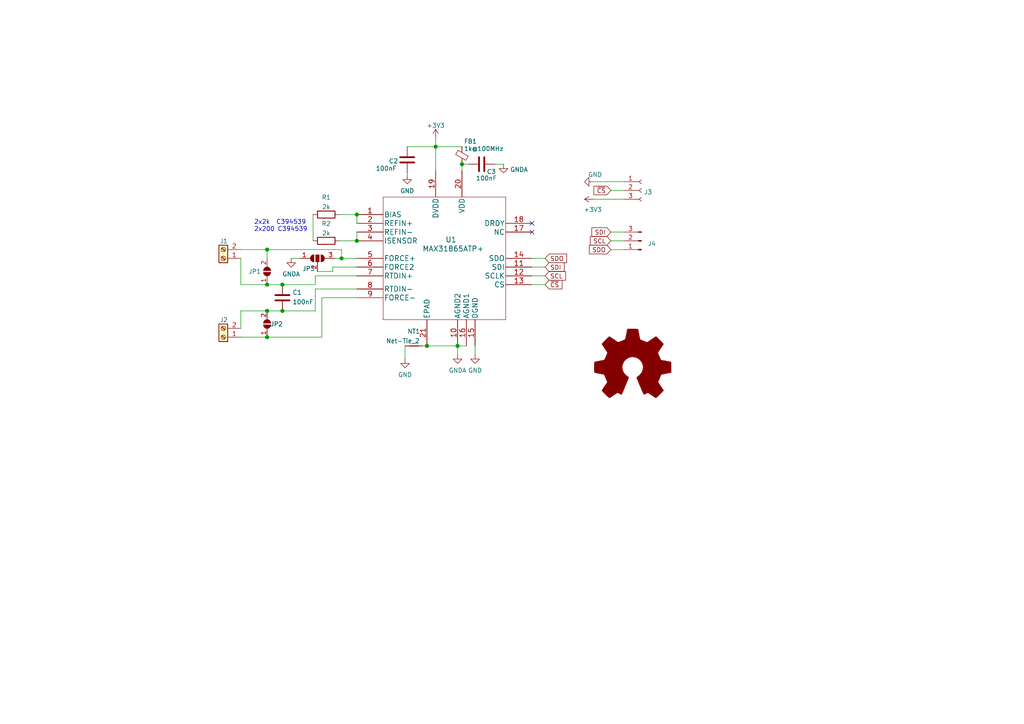
<source format=kicad_sch>
(kicad_sch (version 20210621) (generator eeschema)
  (paper "A4")
  (lib_symbols
    (symbol "Connector:Conn_01x03_Female" (pin_names (offset 1.016) hide)
      (property "Reference" "J" (at 0 5.08 0))
      (property "Value" "Conn_01x03_Female" (at 0 -5.08 0))
      (symbol "Conn_01x03_Female_1_1"
        (arc (start 0 -2.032) (end 0 -3.048) (radius (at 0 -2.54) (length 0.508) (angles 90.1 -90.1)) (stroke (width 0.1524)))
        (arc (start 0 0.508) (end 0 -0.508) (radius (at 0 0) (length 0.508) (angles 90.1 -90.1)) (stroke (width 0.1524)))
        (arc (start 0 3.048) (end 0 2.032) (radius (at 0 2.54) (length 0.508) (angles 90.1 -90.1)) (stroke (width 0.1524)))
        (polyline (pts (xy -1.27 -2.54) (xy -0.508 -2.54)) (stroke (width 0.1524)))
        (polyline (pts (xy -1.27 0) (xy -0.508 0)) (stroke (width 0.1524)))
        (polyline (pts (xy -1.27 2.54) (xy -0.508 2.54)) (stroke (width 0.1524)))
        (pin passive line (at -5.08 2.54 0) (length 3.81) (name "Pin_1") (number "1"))
        (pin passive line (at -5.08 0 0) (length 3.81) (name "Pin_2") (number "2"))
        (pin passive line (at -5.08 -2.54 0) (length 3.81) (name "Pin_3") (number "3"))
      )
    )
    (symbol "Connector:Conn_01x03_Male" (pin_names (offset 1.016) hide)
      (property "Reference" "J" (at 0 5.08 0))
      (property "Value" "Conn_01x03_Male" (at 0 -5.08 0))
      (symbol "Conn_01x03_Male_1_1"
        (rectangle (start 0.8636 -2.413) (end 0 -2.667) (stroke (width 0.1524)) (fill (type outline)))
        (rectangle (start 0.8636 0.127) (end 0 -0.127) (stroke (width 0.1524)) (fill (type outline)))
        (rectangle (start 0.8636 2.667) (end 0 2.413) (stroke (width 0.1524)) (fill (type outline)))
        (polyline (pts (xy 1.27 -2.54) (xy 0.8636 -2.54)) (stroke (width 0.1524)))
        (polyline (pts (xy 1.27 0) (xy 0.8636 0)) (stroke (width 0.1524)))
        (polyline (pts (xy 1.27 2.54) (xy 0.8636 2.54)) (stroke (width 0.1524)))
        (pin passive line (at 5.08 2.54 180) (length 3.81) (name "Pin_1") (number "1"))
        (pin passive line (at 5.08 0 180) (length 3.81) (name "Pin_2") (number "2"))
        (pin passive line (at 5.08 -2.54 180) (length 3.81) (name "Pin_3") (number "3"))
      )
    )
    (symbol "Connector:Screw_Terminal_01x02" (pin_names (offset 1.016) hide)
      (property "Reference" "J" (at 0 2.54 0))
      (property "Value" "Screw_Terminal_01x02" (at 0 -5.08 0))
      (symbol "Screw_Terminal_01x02_1_1"
        (circle (center 0 -2.54) (radius 0.635) (stroke (width 0.1524)))
        (circle (center 0 0) (radius 0.635) (stroke (width 0.1524)))
        (rectangle (start -1.27 1.27) (end 1.27 -3.81) (stroke (width 0.254)) (fill (type background)))
        (polyline (pts (xy -0.5334 -2.2098) (xy 0.3302 -3.048)) (stroke (width 0.1524)))
        (polyline (pts (xy -0.5334 0.3302) (xy 0.3302 -0.508)) (stroke (width 0.1524)))
        (polyline (pts (xy -0.3556 -2.032) (xy 0.508 -2.8702)) (stroke (width 0.1524)))
        (polyline (pts (xy -0.3556 0.508) (xy 0.508 -0.3302)) (stroke (width 0.1524)))
        (pin passive line (at -5.08 0 0) (length 3.81) (name "Pin_1") (number "1"))
        (pin passive line (at -5.08 -2.54 0) (length 3.81) (name "Pin_2") (number "2"))
      )
    )
    (symbol "Device:C" (pin_numbers hide) (pin_names (offset 0.254))
      (property "Reference" "C" (at 0.635 2.54 0))
      (property "Value" "C" (at 0.635 -2.54 0))
      (symbol "C_0_1"
        (polyline (pts (xy -2.032 -0.762) (xy 2.032 -0.762)) (stroke (width 0.508)))
        (polyline (pts (xy -2.032 0.762) (xy 2.032 0.762)) (stroke (width 0.508)))
      )
      (symbol "C_1_1"
        (pin passive line (at 0 3.81 270) (length 2.794) (name "~") (number "1"))
        (pin passive line (at 0 -3.81 90) (length 2.794) (name "~") (number "2"))
      )
    )
    (symbol "Device:Ferrite_Bead_Small" (pin_numbers hide) (pin_names (offset 0))
      (property "Reference" "FB" (at 1.905 1.27 0))
      (property "Value" "Ferrite_Bead_Small" (at 1.905 -1.27 0))
      (symbol "Ferrite_Bead_Small_0_1"
        (polyline (pts (xy 0 -1.27) (xy 0 -0.7874)))
        (polyline (pts (xy 0 0.889) (xy 0 1.2954)))
        (polyline (pts (xy -1.8288 0.2794) (xy -1.1176 1.4986) (xy 1.8288 -0.2032) (xy 1.1176 -1.4224) (xy -1.8288 0.2794)))
      )
      (symbol "Ferrite_Bead_Small_1_1"
        (pin passive line (at 0 2.54 270) (length 1.27) (name "~") (number "1"))
        (pin passive line (at 0 -2.54 90) (length 1.27) (name "~") (number "2"))
      )
    )
    (symbol "Device:Net-Tie_2" (pin_numbers hide) (pin_names (offset 0) hide)
      (property "Reference" "NT" (at 0 1.27 0))
      (property "Value" "Net-Tie_2" (at 0 -1.27 0))
      (symbol "Net-Tie_2_0_1"
        (polyline (pts (xy -1.27 0) (xy 1.27 0)) (stroke (width 0.254)))
      )
      (symbol "Net-Tie_2_1_1"
        (pin passive line (at -2.54 0 0) (length 2.54) (name "1") (number "1"))
        (pin passive line (at 2.54 0 180) (length 2.54) (name "2") (number "2"))
      )
    )
    (symbol "Device:R" (pin_numbers hide) (pin_names (offset 0))
      (property "Reference" "R" (at 2.032 0 90))
      (property "Value" "R" (at 0 0 90))
      (symbol "R_0_1"
        (rectangle (start -1.016 -2.54) (end 1.016 2.54) (stroke (width 0.254)))
      )
      (symbol "R_1_1"
        (pin passive line (at 0 3.81 270) (length 1.27) (name "~") (number "1"))
        (pin passive line (at 0 -3.81 90) (length 1.27) (name "~") (number "2"))
      )
    )
    (symbol "Graphic:Logo_Open_Hardware_Large" (pin_names (offset 1.016))
      (symbol "Logo_Open_Hardware_Large_1_1"
        (polyline (pts (xy 6.731 -8.7122) (xy 6.6294 -8.6614) (xy 6.35 -8.4836) (xy 5.9944 -8.255) (xy 5.5372 -7.9502) (xy 5.1054 -7.6454) (xy 4.7498 -7.4168) (xy 4.4958 -7.239) (xy 4.3942 -7.1882) (xy 4.318 -7.2136) (xy 4.1148 -7.3152) (xy 3.81 -7.4676) (xy 3.6322 -7.5692) (xy 3.3528 -7.6708) (xy 3.2258 -7.6962) (xy 3.2004 -7.6708) (xy 3.0988 -7.4676) (xy 2.9464 -7.0866) (xy 2.7178 -6.604) (xy 2.4892 -6.0452) (xy 2.2352 -5.4356) (xy 1.9558 -4.826) (xy 1.7272 -4.2164) (xy 1.4986 -3.683) (xy 1.3208 -3.2512) (xy 1.2192 -2.9464) (xy 1.1684 -2.8194) (xy 1.1938 -2.794) (xy 1.3208 -2.667) (xy 1.5748 -2.4892) (xy 2.0828 -2.0574) (xy 2.6162 -1.397) (xy 2.921 -0.6604) (xy 3.048 0.1524) (xy 2.9464 0.9144) (xy 2.6416 1.6256) (xy 2.1336 2.286) (xy 1.524 2.7686) (xy 0.8128 3.0734) (xy 0 3.175) (xy -0.762 3.0988) (xy -1.4986 2.794) (xy -2.159 2.286) (xy -2.4384 1.9812) (xy -2.8194 1.3208) (xy -3.048 0.6096) (xy -3.0734 0.4318) (xy -3.0226 -0.3556) (xy -2.794 -1.0922) (xy -2.3876 -1.7526) (xy -1.8288 -2.3114) (xy -1.7526 -2.3622) (xy -1.4732 -2.5654) (xy -1.2954 -2.6924) (xy -1.1684 -2.8194) (xy -2.159 -5.207) (xy -2.3114 -5.588) (xy -2.5908 -6.2484) (xy -2.8194 -6.8072) (xy -3.0226 -7.2644) (xy -3.1496 -7.5692) (xy -3.2258 -7.6708) (xy -3.2258 -7.6962) (xy -3.302 -7.6962) (xy -3.4798 -7.6454) (xy -3.8354 -7.4676) (xy -4.0386 -7.366) (xy -4.2926 -7.239) (xy -4.4196 -7.1882) (xy -4.5212 -7.239) (xy -4.7498 -7.3914) (xy -5.1054 -7.6454) (xy -5.5372 -7.9248) (xy -5.9436 -8.2042) (xy -6.3246 -8.4582) (xy -6.604 -8.636) (xy -6.731 -8.7122) (xy -6.7564 -8.7122) (xy -6.858 -8.636) (xy -7.0866 -8.4582) (xy -7.4168 -8.1534) (xy -7.874 -7.6962) (xy -7.9502 -7.62) (xy -8.3312 -7.239) (xy -8.636 -6.9088) (xy -8.8392 -6.6802) (xy -8.9154 -6.5786) (xy -8.9154 -6.5786) (xy -8.8392 -6.4516) (xy -8.6614 -6.1722) (xy -8.4328 -5.7912) (xy -8.128 -5.3594) (xy -7.3152 -4.191) (xy -7.7724 -3.0988) (xy -7.8994 -2.7686) (xy -8.0772 -2.3622) (xy -8.2042 -2.0828) (xy -8.255 -1.9558) (xy -8.382 -1.905) (xy -8.6614 -1.8542) (xy -9.0932 -1.7526) (xy -9.6266 -1.651) (xy -10.1092 -1.5748) (xy -10.541 -1.4732) (xy -10.8712 -1.4224) (xy -11.0236 -1.397) (xy -11.049 -1.3716) (xy -11.0744 -1.2954) (xy -11.0998 -1.143) (xy -11.0998 -0.889) (xy -11.1252 -0.4572) (xy -11.1252 0.1524) (xy -11.1252 0.2286) (xy -11.0998 0.8128) (xy -11.0998 1.27) (xy -11.0744 1.5494) (xy -11.0744 1.6764) (xy -11.0744 1.6764) (xy -10.922 1.7018) (xy -10.6172 1.778) (xy -10.16 1.8542) (xy -9.652 1.9558) (xy -9.6012 1.9812) (xy -9.0932 2.0828) (xy -8.636 2.159) (xy -8.3312 2.2352) (xy -8.2042 2.286) (xy -8.1788 2.3114) (xy -8.0772 2.5146) (xy -7.9248 2.8448) (xy -7.747 3.2512) (xy -7.5692 3.6576) (xy -7.4168 4.0386) (xy -7.3152 4.318) (xy -7.2898 4.445) (xy -7.2898 4.445) (xy -7.366 4.572) (xy -7.5438 4.826) (xy -7.7978 5.207) (xy -8.128 5.6642) (xy -8.128 5.6896) (xy -8.4328 6.1468) (xy -8.6868 6.5278) (xy -8.8392 6.7818) (xy -8.9154 6.9088) (xy -8.9154 6.9088) (xy -8.8138 7.0358) (xy -8.5852 7.2898) (xy -8.255 7.6454) (xy -7.874 8.0264) (xy -7.747 8.1534) (xy -7.3152 8.5852) (xy -7.0104 8.8646) (xy -6.8326 8.9916) (xy -6.731 9.0424) (xy -6.731 9.0424) (xy -6.604 8.9408) (xy -6.3246 8.763) (xy -5.9436 8.509) (xy -5.4864 8.2042) (xy -5.461 8.1788) (xy -5.0038 7.874) (xy -4.6482 7.62) (xy -4.3688 7.4422) (xy -4.2672 7.3914) (xy -4.2418 7.3914) (xy -4.064 7.4422) (xy -3.7338 7.5438) (xy -3.3528 7.6962) (xy -2.9464 7.874) (xy -2.5654 8.0264) (xy -2.286 8.1534) (xy -2.159 8.2296) (xy -2.159 8.2296) (xy -2.1082 8.382) (xy -2.032 8.7122) (xy -1.9304 9.1694) (xy -1.8288 9.7282) (xy -1.8034 9.8044) (xy -1.7018 10.3378) (xy -1.6256 10.7696) (xy -1.5748 11.0744) (xy -1.524 11.2014) (xy -1.4478 11.2268) (xy -1.1938 11.2522) (xy -0.8128 11.2522) (xy -0.3302 11.2522) (xy 0.1524 11.2522) (xy 0.6604 11.2522) (xy 1.0668 11.2268) (xy 1.3716 11.2014) (xy 1.4986 11.176) (xy 1.4986 11.176) (xy 1.5494 11.0236) (xy 1.6256 10.6934) (xy 1.7018 10.2108) (xy 1.8288 9.6774) (xy 1.8288 9.5758) (xy 1.9304 9.0424) (xy 2.032 8.6106) (xy 2.0828 8.3058) (xy 2.1336 8.2042) (xy 2.159 8.1788) (xy 2.3876 8.0772) (xy 2.7432 7.9248) (xy 3.175 7.747) (xy 4.191 7.3406) (xy 5.461 8.2042) (xy 5.5626 8.2804) (xy 6.0198 8.5852) (xy 6.3754 8.8392) (xy 6.6294 8.9916) (xy 6.7564 9.0424) (xy 6.7564 9.0424) (xy 6.8834 8.9408) (xy 7.1374 8.7122) (xy 7.4676 8.382) (xy 7.8486 7.9756) (xy 8.1534 7.6962) (xy 8.4836 7.3406) (xy 8.7122 7.112) (xy 8.8392 6.9596) (xy 8.8646 6.858) (xy 8.8646 6.8072) (xy 8.7884 6.6802) (xy 8.6106 6.4008) (xy 8.3312 6.0198) (xy 8.0264 5.588) (xy 7.7978 5.207) (xy 7.5184 4.8006) (xy 7.3406 4.4958) (xy 7.2898 4.3434) (xy 7.2898 4.2926) (xy 7.3914 4.0386) (xy 7.5184 3.683) (xy 7.7216 3.2258) (xy 8.1534 2.2352) (xy 8.7884 2.1082) (xy 9.1948 2.0574) (xy 9.7536 1.9304) (xy 10.2616 1.8288) (xy 11.0998 1.6764) (xy 11.1252 -1.3208) (xy 10.9982 -1.3716) (xy 10.8712 -1.397) (xy 10.5664 -1.4732) (xy 10.1346 -1.5494) (xy 9.6266 -1.651) (xy 9.1948 -1.7272) (xy 8.7376 -1.8288) (xy 8.4328 -1.8796) (xy 8.2804 -1.905) (xy 8.255 -1.9558) (xy 8.1534 -2.159) (xy 7.9756 -2.5146) (xy 7.8232 -2.921) (xy 7.6454 -3.3274) (xy 7.493 -3.7338) (xy 7.366 -4.0132) (xy 7.3406 -4.191) (xy 7.3914 -4.2926) (xy 7.5692 -4.5466) (xy 7.7978 -4.9276) (xy 8.1026 -5.3594) (xy 8.4074 -5.7912) (xy 8.6614 -6.1722) (xy 8.8138 -6.4262) (xy 8.89 -6.5532) (xy 8.8646 -6.6548) (xy 8.6868 -6.858) (xy 8.3566 -7.1882) (xy 7.874 -7.6708) (xy 7.7978 -7.747) (xy 7.3914 -8.128) (xy 7.0612 -8.4328) (xy 6.8326 -8.636) (xy 6.731 -8.7122)) (fill (type outline)))
      )
    )
    (symbol "Jumper:SolderJumper_2_Open" (pin_names (offset 0) hide)
      (property "Reference" "JP" (at 0 2.032 0))
      (property "Value" "SolderJumper_2_Open" (at 0 -2.54 0))
      (symbol "SolderJumper_2_Open_0_1"
        (arc (start -0.254 1.016) (end -0.254 -1.016) (radius (at -0.254 0) (length 1.016) (angles 90.1 -90.1)))
        (arc (start 0.254 -1.016) (end 0.254 1.016) (radius (at 0.254 0) (length 1.016) (angles -89.9 89.9)))
        (arc (start -0.254 1.016) (end -0.254 -1.016) (radius (at -0.254 0) (length 1.016) (angles 90.1 -90.1)) (fill (type outline)))
        (arc (start 0.254 -1.016) (end 0.254 1.016) (radius (at 0.254 0) (length 1.016) (angles -89.9 89.9)) (fill (type outline)))
        (polyline (pts (xy -0.254 1.016) (xy -0.254 -1.016)))
        (polyline (pts (xy 0.254 1.016) (xy 0.254 -1.016)))
      )
      (symbol "SolderJumper_2_Open_1_1"
        (pin passive line (at -3.81 0 0) (length 2.54) (name "A") (number "1"))
        (pin passive line (at 3.81 0 180) (length 2.54) (name "B") (number "2"))
      )
    )
    (symbol "Jumper:SolderJumper_3_Open" (pin_names (offset 0) hide)
      (property "Reference" "JP" (at -2.54 -2.54 0))
      (property "Value" "SolderJumper_3_Open" (at 0 2.794 0))
      (symbol "SolderJumper_3_Open_0_1"
        (arc (start -1.016 1.016) (end -1.016 -1.016) (radius (at -1.016 0) (length 1.016) (angles 90.1 -90.1)))
        (arc (start 1.016 -1.016) (end 1.016 1.016) (radius (at 1.016 0) (length 1.016) (angles -89.9 89.9)))
        (arc (start -1.016 1.016) (end -1.016 -1.016) (radius (at -1.016 0) (length 1.016) (angles 90.1 -90.1)) (fill (type outline)))
        (arc (start 1.016 -1.016) (end 1.016 1.016) (radius (at 1.016 0) (length 1.016) (angles -89.9 89.9)) (fill (type outline)))
        (rectangle (start -0.508 1.016) (end 0.508 -1.016) (fill (type outline)))
        (polyline (pts (xy -2.54 0) (xy -2.032 0)))
        (polyline (pts (xy -1.016 1.016) (xy -1.016 -1.016)))
        (polyline (pts (xy 0 -1.27) (xy 0 -1.016)))
        (polyline (pts (xy 1.016 1.016) (xy 1.016 -1.016)))
        (polyline (pts (xy 2.54 0) (xy 2.032 0)))
      )
      (symbol "SolderJumper_3_Open_1_1"
        (pin passive line (at -5.08 0 0) (length 2.54) (name "A") (number "1"))
        (pin input line (at 0 -3.81 90) (length 2.54) (name "C") (number "2"))
        (pin passive line (at 5.08 0 180) (length 2.54) (name "B") (number "3"))
      )
    )
    (symbol "MAX31865:MAX31865ATP+" (pin_names (offset 0.254))
      (property "Reference" "U" (at 26.67 -11.43 0))
      (property "Value" "MAX31865ATP+" (at 27.94 -13.97 0))
      (symbol "MAX31865ATP+_1_1"
        (polyline (pts (xy 7.62 -30.48) (xy 43.18 -30.48)) (stroke (width 0.127)))
        (polyline (pts (xy 7.62 5.08) (xy 7.62 -30.48)) (stroke (width 0.127)))
        (polyline (pts (xy 43.18 -30.48) (xy 43.18 5.08)) (stroke (width 0.127)))
        (polyline (pts (xy 43.18 5.08) (xy 7.62 5.08)) (stroke (width 0.127)))
        (pin unspecified line (at 0 0 0) (length 7.62) (name "BIAS") (number "1"))
        (pin power_in line (at 29.21 -38.1 90) (length 7.62) (name "AGND2") (number "10"))
        (pin unspecified line (at 50.8 -15.24 180) (length 7.62) (name "SDI") (number "11"))
        (pin unspecified line (at 50.8 -17.78 180) (length 7.62) (name "SCLK") (number "12"))
        (pin unspecified line (at 50.8 -20.32 180) (length 7.62) (name "CS") (number "13"))
        (pin unspecified line (at 50.8 -12.7 180) (length 7.62) (name "SDO") (number "14"))
        (pin power_in line (at 34.29 -38.1 90) (length 7.62) (name "DGND") (number "15"))
        (pin power_in line (at 31.75 -38.1 90) (length 7.62) (name "AGND1") (number "16"))
        (pin unspecified line (at 50.8 -5.08 180) (length 7.62) (name "NC") (number "17"))
        (pin unspecified line (at 50.8 -2.54 180) (length 7.62) (name "DRDY") (number "18"))
        (pin power_in line (at 22.86 12.7 270) (length 7.62) (name "DVDD") (number "19"))
        (pin unspecified line (at 0 -2.54 0) (length 7.62) (name "REFIN+") (number "2"))
        (pin power_in line (at 30.48 12.7 270) (length 7.62) (name "VDD") (number "20"))
        (pin unspecified line (at 20.32 -38.1 90) (length 7.62) (name "EPAD") (number "21"))
        (pin unspecified line (at 0 -5.08 0) (length 7.62) (name "REFIN-") (number "3"))
        (pin unspecified line (at 0 -7.62 0) (length 7.62) (name "ISENSOR") (number "4"))
        (pin unspecified line (at 0 -12.7 0) (length 7.62) (name "FORCE+") (number "5"))
        (pin unspecified line (at 0 -15.24 0) (length 7.62) (name "FORCE2") (number "6"))
        (pin unspecified line (at 0 -17.78 0) (length 7.62) (name "RTDIN+") (number "7"))
        (pin unspecified line (at 0 -21.59 0) (length 7.62) (name "RTDIN-") (number "8"))
        (pin unspecified line (at 0 -24.13 0) (length 7.62) (name "FORCE-") (number "9"))
      )
    )
    (symbol "power:+3.3V" (power) (pin_names (offset 0))
      (property "Value" "+3.3V" (at 0 3.556 0))
      (symbol "+3.3V_0_1"
        (polyline (pts (xy -0.762 1.27) (xy 0 2.54)))
        (polyline (pts (xy 0 0) (xy 0 2.54)))
        (polyline (pts (xy 0 2.54) (xy 0.762 1.27)))
      )
      (symbol "+3.3V_1_1"
        (pin power_in line (at 0 0 90) (length 0) hide (name "+3V3") (number "1"))
      )
    )
    (symbol "power:GND" (power) (pin_names (offset 0))
      (property "Value" "GND" (at 0 -3.81 0))
      (symbol "GND_0_1"
        (polyline (pts (xy 0 0) (xy 0 -1.27) (xy 1.27 -1.27) (xy 0 -2.54) (xy -1.27 -1.27) (xy 0 -1.27)))
      )
      (symbol "GND_1_1"
        (pin power_in line (at 0 0 270) (length 0) hide (name "GND") (number "1"))
      )
    )
    (symbol "power:GNDA" (power) (pin_names (offset 0))
      (property "Value" "GNDA" (at 0 -3.81 0))
      (symbol "GNDA_0_1"
        (polyline (pts (xy 0 0) (xy 0 -1.27) (xy 1.27 -1.27) (xy 0 -2.54) (xy -1.27 -1.27) (xy 0 -1.27)))
      )
      (symbol "GNDA_1_1"
        (pin power_in line (at 0 0 270) (length 0) hide (name "GNDA") (number "1"))
      )
    )
  )
  (junction (at 77.47 72.39) (diameter 1.016))
  (junction (at 77.47 82.55) (diameter 1.016))
  (junction (at 77.47 90.17) (diameter 1.016))
  (junction (at 77.47 97.79) (diameter 1.016))
  (junction (at 81.915 82.55) (diameter 1.016))
  (junction (at 81.915 90.17) (diameter 1.016))
  (junction (at 99.06 74.93) (diameter 1.016))
  (junction (at 103.505 62.23) (diameter 1.016))
  (junction (at 103.505 69.85) (diameter 1.016))
  (junction (at 123.825 100.33) (diameter 1.016))
  (junction (at 126.365 42.545) (diameter 1.016))
  (junction (at 132.715 100.33) (diameter 1.016))
  (junction (at 133.985 47.625) (diameter 1.016))
  (no_connect (at 154.305 64.77))
  (no_connect (at 154.305 67.31))
  (wire (pts (xy 69.85 72.39) (xy 77.47 72.39)))
  (wire (pts (xy 69.85 74.93) (xy 69.85 82.55)))
  (wire (pts (xy 69.85 82.55) (xy 77.47 82.55)))
  (wire (pts (xy 69.85 90.17) (xy 77.47 90.17)))
  (wire (pts (xy 69.85 95.25) (xy 69.85 90.17)))
  (wire (pts (xy 69.85 97.79) (xy 77.47 97.79)))
  (wire (pts (xy 77.47 72.39) (xy 99.06 72.39)))
  (wire (pts (xy 77.47 74.93) (xy 77.47 72.39)))
  (wire (pts (xy 77.47 90.17) (xy 81.915 90.17)))
  (wire (pts (xy 81.915 82.55) (xy 77.47 82.55)))
  (wire (pts (xy 84.455 74.93) (xy 86.995 74.93)))
  (wire (pts (xy 90.805 62.23) (xy 90.805 69.85)))
  (wire (pts (xy 91.44 80.01) (xy 91.44 82.55)))
  (wire (pts (xy 91.44 82.55) (xy 81.915 82.55)))
  (wire (pts (xy 91.44 83.82) (xy 91.44 90.17)))
  (wire (pts (xy 91.44 83.82) (xy 103.505 83.82)))
  (wire (pts (xy 91.44 90.17) (xy 81.915 90.17)))
  (wire (pts (xy 92.075 78.74) (xy 96.52 78.74)))
  (wire (pts (xy 93.345 86.36) (xy 93.345 97.79)))
  (wire (pts (xy 93.345 97.79) (xy 77.47 97.79)))
  (wire (pts (xy 96.52 77.47) (xy 103.505 77.47)))
  (wire (pts (xy 96.52 78.74) (xy 96.52 77.47)))
  (wire (pts (xy 97.155 74.93) (xy 99.06 74.93)))
  (wire (pts (xy 98.425 62.23) (xy 103.505 62.23)))
  (wire (pts (xy 98.425 69.85) (xy 103.505 69.85)))
  (wire (pts (xy 99.06 72.39) (xy 99.06 74.93)))
  (wire (pts (xy 99.06 74.93) (xy 103.505 74.93)))
  (wire (pts (xy 103.505 62.23) (xy 103.505 64.77)))
  (wire (pts (xy 103.505 67.31) (xy 103.505 69.85)))
  (wire (pts (xy 103.505 80.01) (xy 91.44 80.01)))
  (wire (pts (xy 103.505 86.36) (xy 93.345 86.36)))
  (wire (pts (xy 117.475 100.33) (xy 117.475 104.14)))
  (wire (pts (xy 118.11 42.545) (xy 126.365 42.545)))
  (wire (pts (xy 118.11 50.165) (xy 118.11 50.8)))
  (wire (pts (xy 122.555 100.33) (xy 123.825 100.33)))
  (wire (pts (xy 123.825 100.33) (xy 132.715 100.33)))
  (wire (pts (xy 126.365 40.005) (xy 126.365 42.545)))
  (wire (pts (xy 126.365 42.545) (xy 126.365 49.53)))
  (wire (pts (xy 126.365 42.545) (xy 133.985 42.545)))
  (wire (pts (xy 132.715 100.33) (xy 132.715 102.87)))
  (wire (pts (xy 132.715 100.33) (xy 135.255 100.33)))
  (wire (pts (xy 133.985 47.625) (xy 133.985 49.53)))
  (wire (pts (xy 133.985 47.625) (xy 135.89 47.625)))
  (wire (pts (xy 137.795 100.33) (xy 137.795 102.87)))
  (wire (pts (xy 143.51 47.625) (xy 146.05 47.625)))
  (wire (pts (xy 154.305 74.93) (xy 158.115 74.93)))
  (wire (pts (xy 154.305 77.47) (xy 158.115 77.47)))
  (wire (pts (xy 154.305 80.01) (xy 158.115 80.01)))
  (wire (pts (xy 154.305 82.55) (xy 158.115 82.55)))
  (wire (pts (xy 172.085 52.705) (xy 180.975 52.705)))
  (wire (pts (xy 172.085 57.785) (xy 180.975 57.785)))
  (wire (pts (xy 177.165 55.245) (xy 180.975 55.245)))
  (wire (pts (xy 177.165 67.31) (xy 180.975 67.31)))
  (wire (pts (xy 177.165 69.85) (xy 180.975 69.85)))
  (wire (pts (xy 177.165 72.39) (xy 180.975 72.39)))
  (text "2x2k  C394539\n2x200 C394539" (at 73.66 67.31 0) (effects (font (size 1.27 1.27)) (justify left bottom)))
  (global_label "SDO" (shape input) (at 158.115 74.93 0) (property "Intersheet References" "${INTERSHEET_REFS}" (effects hide)))
  (global_label "SDI" (shape input) (at 158.115 77.47 0) (property "Intersheet References" "${INTERSHEET_REFS}" (effects hide)))
  (global_label "SCL" (shape input) (at 158.115 80.01 0) (property "Intersheet References" "${INTERSHEET_REFS}" (effects hide)))
  (global_label "~{CS}" (shape input) (at 158.115 82.55 0) (property "Intersheet References" "${INTERSHEET_REFS}" (effects hide)))
  (global_label "~{CS}" (shape input) (at 177.165 55.245 180) (property "Intersheet References" "${INTERSHEET_REFS}" (effects hide)))
  (global_label "SDI" (shape input) (at 177.165 67.31 180) (property "Intersheet References" "${INTERSHEET_REFS}" (effects hide)))
  (global_label "SCL" (shape input) (at 177.165 69.85 180) (property "Intersheet References" "${INTERSHEET_REFS}" (effects hide)))
  (global_label "SDO" (shape input) (at 177.165 72.39 180) (property "Intersheet References" "${INTERSHEET_REFS}" (effects hide)))
  (symbol (lib_id "power:+3.3V") (at 126.365 40.005 0) (unit 1)
    (property "Reference" "#PWR0106" (effects hide))
    (property "Value" "+3.3V" (at 126.365 36.4004 0))
  )
  (symbol (lib_id "power:+3.3V") (at 172.085 57.785 90) (unit 1)
    (property "Reference" "#PWR0108" (effects hide))
    (property "Value" "+3.3V" (at 169.2911 60.804 90) (effects (justify right)))
  )
  (symbol (lib_id "Device:Net-Tie_2") (at 120.015 100.33 0) (unit 1)
    (property "Reference" "NT1" (at 120.015 96.1094 0))
    (property "Value" "Net-Tie_2" (at 116.84 98.8845 0))
    (property "Footprint" "NetTie:NetTie-2_SMD_Pad0.5mm" (effects hide))
  )
  (symbol (lib_id "power:GNDA") (at 84.455 74.93 0) (unit 1)
    (property "Reference" "#PWR0101" (effects hide))
    (property "Value" "GNDA" (at 84.455 79.4926 0))
  )
  (symbol (lib_id "power:GND") (at 117.475 104.14 0) (unit 1)
    (property "Reference" "#PWR0105" (effects hide))
    (property "Value" "GND" (at 117.475 108.7026 0))
  )
  (symbol (lib_id "power:GND") (at 118.11 50.8 0) (unit 1)
    (property "Reference" "#PWR0107" (effects hide))
    (property "Value" "GND" (at 118.11 55.3626 0))
  )
  (symbol (lib_id "power:GNDA") (at 132.715 102.87 0) (unit 1)
    (property "Reference" "#PWR0104" (effects hide))
    (property "Value" "GNDA" (at 132.715 107.4326 0))
  )
  (symbol (lib_id "power:GND") (at 137.795 102.87 0) (unit 1)
    (property "Reference" "#PWR0103" (effects hide))
    (property "Value" "GND" (at 137.795 107.4326 0))
  )
  (symbol (lib_id "power:GNDA") (at 146.05 47.625 0) (unit 1)
    (property "Reference" "#PWR0102" (effects hide))
    (property "Value" "GNDA" (at 147.9551 49.1835 0) (effects (justify left)))
  )
  (symbol (lib_id "power:GND") (at 172.085 52.705 270) (unit 1)
    (property "Reference" "#PWR0109" (effects hide))
    (property "Value" "GND" (at 170.5611 50.644 90) (effects (justify left)))
  )
  (symbol (lib_id "Jumper:SolderJumper_2_Open") (at 77.47 78.74 90) (unit 1) (in_bom no)
    (property "Reference" "JP1" (at 73.8844 78.74 90))
    (property "Value" "SolderJumper_2_Open" (effects hide))
    (property "Footprint" "Jumper:SolderJumper-2_P1.3mm_Open_TrianglePad1.0x1.5mm" (effects hide))
  )
  (symbol (lib_id "Jumper:SolderJumper_2_Open") (at 77.47 93.98 90) (unit 1) (in_bom no)
    (property "Reference" "JP2" (at 80.2344 93.98 90))
    (property "Value" "SolderJumper_2_Open" (effects hide))
    (property "Footprint" "Jumper:SolderJumper-2_P1.3mm_Open_TrianglePad1.0x1.5mm" (effects hide))
  )
  (symbol (lib_id "Device:R") (at 94.615 62.23 90) (unit 1)
    (property "Reference" "R1" (at 94.615 57.2474 90))
    (property "Value" "2k" (at 94.615 60.0225 90))
    (property "Footprint" "Resistor_SMD:R_0603_1608Metric" (effects hide))
    (property "LCSC" "C394539" (effects hide))
  )
  (symbol (lib_id "Device:R") (at 94.615 69.85 90) (unit 1)
    (property "Reference" "R2" (at 94.615 64.8674 90))
    (property "Value" "2k" (at 94.615 67.6425 90))
    (property "Footprint" "Resistor_SMD:R_0603_1608Metric" (effects hide))
    (property "LCSC" "C394539" (effects hide))
  )
  (symbol (lib_id "Device:Ferrite_Bead_Small") (at 133.985 45.085 0) (unit 1)
    (property "Reference" "FB1" (at 134.5439 41.0015 0) (effects (justify left)))
    (property "Value" "1k@100MHz" (at 134.5439 43.1416 0) (effects (justify left)))
    (property "Footprint" "Inductor_SMD:L_0402_1005Metric" (effects hide))
    (property "LCSC" "C85819" (effects hide))
  )
  (symbol (lib_id "Connector:Conn_01x03_Male") (at 186.055 69.85 180) (unit 1)
    (property "Reference" "J4" (at 189.0776 70.6606 0))
    (property "Value" "Conn_01x03_Male" (effects hide))
    (property "Footprint" "Connector_PinHeader_1.27mm:PinHeader_1x03_P1.27mm_Vertical" (effects hide))
  )
  (symbol (lib_id "Connector:Conn_01x03_Female") (at 186.055 55.245 0) (unit 1)
    (property "Reference" "J3" (at 186.7663 55.724 0) (effects (justify left)))
    (property "Value" "Conn_01x03_Female" (effects hide))
    (property "Footprint" "Connector_PinSocket_1.27mm:PinSocket_1x03_P1.27mm_Vertical" (effects hide))
  )
  (symbol (lib_id "Connector:Screw_Terminal_01x02") (at 64.77 74.93 180) (unit 1)
    (property "Reference" "J1" (at 64.897 69.9284 0))
    (property "Value" "Screw_Terminal_01x02" (effects hide))
    (property "Footprint" "TerminalBlock_Phoenix:TerminalBlock_Phoenix_PT-1,5-2-3.5-H_1x02_P3.50mm_Horizontal" (effects hide))
  )
  (symbol (lib_id "Connector:Screw_Terminal_01x02") (at 64.77 97.79 180) (unit 1)
    (property "Reference" "J2" (at 64.897 92.7884 0))
    (property "Value" "Screw_Terminal_01x02" (effects hide))
    (property "Footprint" "TerminalBlock_Phoenix:TerminalBlock_Phoenix_PT-1,5-2-3.5-H_1x02_P3.50mm_Horizontal" (effects hide))
  )
  (symbol (lib_id "Device:C") (at 81.915 86.36 0) (unit 1)
    (property "Reference" "C1" (at 84.8361 84.8165 0) (effects (justify left)))
    (property "Value" "100nF" (at 84.8361 87.5916 0) (effects (justify left)))
    (property "Footprint" "Capacitor_SMD:C_0402_1005Metric" (effects hide))
    (property "LCSC" "C1525" (effects hide))
  )
  (symbol (lib_id "Device:C") (at 118.11 46.355 0) (unit 1)
    (property "Reference" "C2" (at 112.7761 46.7165 0) (effects (justify left)))
    (property "Value" "100nF" (at 108.9661 48.8566 0) (effects (justify left)))
    (property "Footprint" "Capacitor_SMD:C_0402_1005Metric" (effects hide))
    (property "LCSC" "C1525" (effects hide))
  )
  (symbol (lib_id "Device:C") (at 139.7 47.625 90) (unit 1)
    (property "Reference" "C3" (at 143.8715 49.7839 90) (effects (justify left)))
    (property "Value" "100nF" (at 144.1066 51.6889 90) (effects (justify left)))
    (property "Footprint" "Capacitor_SMD:C_0402_1005Metric" (effects hide))
    (property "LCSC" "C1525" (effects hide))
  )
  (symbol (lib_id "Jumper:SolderJumper_3_Open") (at 92.075 74.93 0) (unit 1) (in_bom no)
    (property "Reference" "JP3" (at 89.535 77.9294 0))
    (property "Value" "SolderJumper_3_Open" (effects hide))
    (property "Footprint" "Jumper:SolderJumper-3_P1.3mm_Open_RoundedPad1.0x1.5mm_NumberLabels" (effects hide))
  )
  (symbol (lib_id "Graphic:Logo_Open_Hardware_Large") (at 183.515 106.68 0) (unit 1) (in_bom no)
    (property "Reference" "#LOGO1" (effects hide))
    (property "Value" "Logo_Open_Hardware_Large" (effects hide))
    (property "Footprint" "Symbol:OSHW-Logo2_14.6x12mm_SilkScreen" (effects hide))
  )
  (symbol (lib_id "MAX31865:MAX31865ATP+") (at 103.505 62.23 0) (unit 1)
    (property "Reference" "U1" (at 130.81 69.51 0) (effects (font (size 1.524 1.524))))
    (property "Value" "MAX31865ATP+" (at 131.445 72.154 0) (effects (font (size 1.524 1.524))))
    (property "Footprint" "MAX31865:MAX31865ATP" (effects hide))
  )
)
</source>
